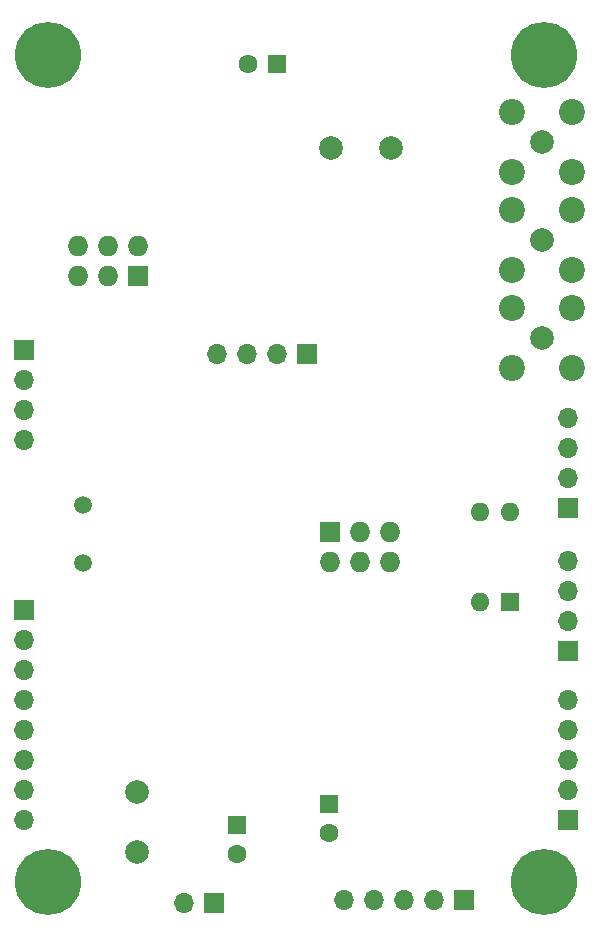
<source format=gbs>
G04 #@! TF.FileFunction,Soldermask,Bot*
%FSLAX46Y46*%
G04 Gerber Fmt 4.6, Leading zero omitted, Abs format (unit mm)*
G04 Created by KiCad (PCBNEW 4.0.7) date 05/26/22 10:22:03*
%MOMM*%
%LPD*%
G01*
G04 APERTURE LIST*
%ADD10C,0.100000*%
%ADD11R,1.700000X1.700000*%
%ADD12O,1.700000X1.700000*%
%ADD13R,1.600000X1.600000*%
%ADD14O,1.600000X1.600000*%
%ADD15C,5.600000*%
%ADD16C,1.600000*%
%ADD17C,2.200000*%
%ADD18C,2.000000*%
%ADD19C,1.500000*%
%ADD20R,1.727200X1.727200*%
%ADD21O,1.727200X1.727200*%
G04 APERTURE END LIST*
D10*
D11*
X141200000Y-99600000D03*
D12*
X138660000Y-99600000D03*
X136120000Y-99600000D03*
X133580000Y-99600000D03*
X131040000Y-99600000D03*
D13*
X145150000Y-74300000D03*
D14*
X142610000Y-66680000D03*
X142610000Y-74300000D03*
X145150000Y-66680000D03*
D11*
X127900000Y-53300000D03*
D12*
X125360000Y-53300000D03*
X122820000Y-53300000D03*
X120280000Y-53300000D03*
D15*
X106000000Y-98000000D03*
X148000000Y-98000000D03*
X148000000Y-28000000D03*
X106000000Y-28000000D03*
D13*
X122050000Y-93200000D03*
D16*
X122050000Y-95700000D03*
D13*
X129800000Y-91400000D03*
D16*
X129800000Y-93900000D03*
D13*
X125400000Y-28800000D03*
D16*
X122900000Y-28800000D03*
D11*
X104000000Y-53000000D03*
D12*
X104000000Y-55540000D03*
X104000000Y-58080000D03*
X104000000Y-60620000D03*
D11*
X150000000Y-78500000D03*
D12*
X150000000Y-75960000D03*
X150000000Y-73420000D03*
X150000000Y-70880000D03*
D17*
X145260000Y-32860000D03*
X145260000Y-37940000D03*
X150340000Y-37940000D03*
X150340000Y-32860000D03*
D18*
X147800000Y-35400000D03*
D17*
X145260000Y-41160000D03*
X145260000Y-46240000D03*
X150340000Y-46240000D03*
X150340000Y-41160000D03*
D18*
X147800000Y-43700000D03*
D17*
X145260000Y-49460000D03*
X145260000Y-54540000D03*
X150340000Y-54540000D03*
X150340000Y-49460000D03*
D18*
X147800000Y-52000000D03*
D11*
X120100000Y-99800000D03*
D12*
X117560000Y-99800000D03*
D19*
X109000000Y-71000000D03*
X109000000Y-66120000D03*
D20*
X113600000Y-46700000D03*
D21*
X113600000Y-44160000D03*
X111060000Y-46700000D03*
X111060000Y-44160000D03*
X108520000Y-46700000D03*
X108520000Y-44160000D03*
D20*
X129900000Y-68400000D03*
D21*
X129900000Y-70940000D03*
X132440000Y-68400000D03*
X132440000Y-70940000D03*
X134980000Y-68400000D03*
X134980000Y-70940000D03*
D11*
X104000000Y-75000000D03*
D12*
X104000000Y-77540000D03*
X104000000Y-80080000D03*
X104000000Y-82620000D03*
X104000000Y-85160000D03*
X104000000Y-87700000D03*
X104000000Y-90240000D03*
X104000000Y-92780000D03*
D11*
X150000000Y-92800000D03*
D12*
X150000000Y-90260000D03*
X150000000Y-87720000D03*
X150000000Y-85180000D03*
X150000000Y-82640000D03*
D11*
X150000000Y-66350000D03*
D12*
X150000000Y-63810000D03*
X150000000Y-61270000D03*
X150000000Y-58730000D03*
D18*
X130000000Y-35900000D03*
X135080000Y-35890000D03*
X113500000Y-90450000D03*
X113510000Y-95530000D03*
M02*

</source>
